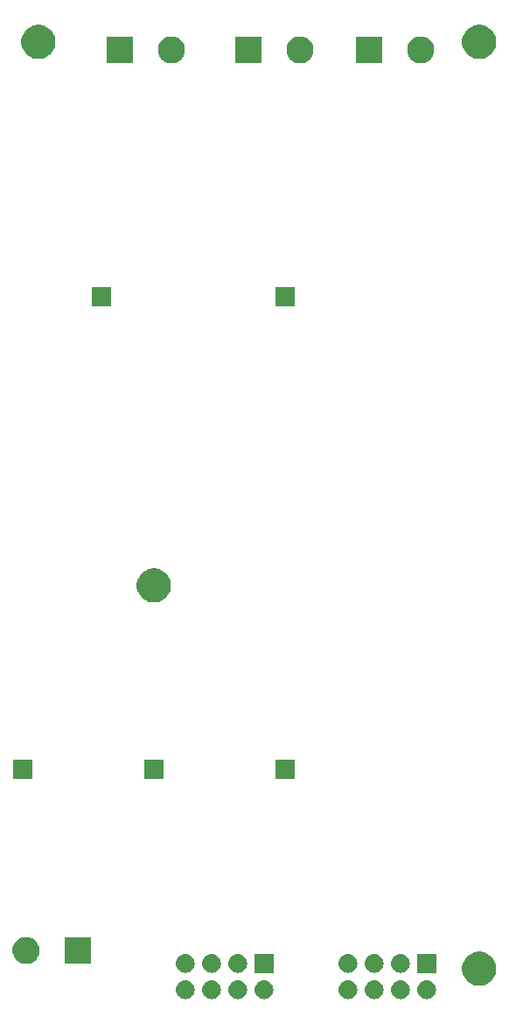
<source format=gbr>
G04 #@! TF.GenerationSoftware,KiCad,Pcbnew,(5.1.4)-1*
G04 #@! TF.CreationDate,2019-12-12T14:56:50-05:00*
G04 #@! TF.ProjectId,psu_board,7073755f-626f-4617-9264-2e6b69636164,rev?*
G04 #@! TF.SameCoordinates,Original*
G04 #@! TF.FileFunction,Soldermask,Top*
G04 #@! TF.FilePolarity,Negative*
%FSLAX46Y46*%
G04 Gerber Fmt 4.6, Leading zero omitted, Abs format (unit mm)*
G04 Created by KiCad (PCBNEW (5.1.4)-1) date 2019-12-12 14:56:50*
%MOMM*%
%LPD*%
G04 APERTURE LIST*
%ADD10C,0.100000*%
G04 APERTURE END LIST*
D10*
G36*
X180958443Y-158617519D02*
G01*
X181024627Y-158624037D01*
X181194466Y-158675557D01*
X181350991Y-158759222D01*
X181386729Y-158788552D01*
X181488186Y-158871814D01*
X181546686Y-158943098D01*
X181600778Y-159009009D01*
X181684443Y-159165534D01*
X181735963Y-159335373D01*
X181753359Y-159512000D01*
X181735963Y-159688627D01*
X181684443Y-159858466D01*
X181600778Y-160014991D01*
X181571448Y-160050729D01*
X181488186Y-160152186D01*
X181386729Y-160235448D01*
X181350991Y-160264778D01*
X181194466Y-160348443D01*
X181024627Y-160399963D01*
X180958442Y-160406482D01*
X180892260Y-160413000D01*
X180803740Y-160413000D01*
X180737558Y-160406482D01*
X180671373Y-160399963D01*
X180501534Y-160348443D01*
X180345009Y-160264778D01*
X180309271Y-160235448D01*
X180207814Y-160152186D01*
X180124552Y-160050729D01*
X180095222Y-160014991D01*
X180011557Y-159858466D01*
X179960037Y-159688627D01*
X179942641Y-159512000D01*
X179960037Y-159335373D01*
X180011557Y-159165534D01*
X180095222Y-159009009D01*
X180149314Y-158943098D01*
X180207814Y-158871814D01*
X180309271Y-158788552D01*
X180345009Y-158759222D01*
X180501534Y-158675557D01*
X180671373Y-158624037D01*
X180737557Y-158617519D01*
X180803740Y-158611000D01*
X180892260Y-158611000D01*
X180958443Y-158617519D01*
X180958443Y-158617519D01*
G37*
G36*
X178418443Y-158617519D02*
G01*
X178484627Y-158624037D01*
X178654466Y-158675557D01*
X178810991Y-158759222D01*
X178846729Y-158788552D01*
X178948186Y-158871814D01*
X179006686Y-158943098D01*
X179060778Y-159009009D01*
X179144443Y-159165534D01*
X179195963Y-159335373D01*
X179213359Y-159512000D01*
X179195963Y-159688627D01*
X179144443Y-159858466D01*
X179060778Y-160014991D01*
X179031448Y-160050729D01*
X178948186Y-160152186D01*
X178846729Y-160235448D01*
X178810991Y-160264778D01*
X178654466Y-160348443D01*
X178484627Y-160399963D01*
X178418442Y-160406482D01*
X178352260Y-160413000D01*
X178263740Y-160413000D01*
X178197558Y-160406482D01*
X178131373Y-160399963D01*
X177961534Y-160348443D01*
X177805009Y-160264778D01*
X177769271Y-160235448D01*
X177667814Y-160152186D01*
X177584552Y-160050729D01*
X177555222Y-160014991D01*
X177471557Y-159858466D01*
X177420037Y-159688627D01*
X177402641Y-159512000D01*
X177420037Y-159335373D01*
X177471557Y-159165534D01*
X177555222Y-159009009D01*
X177609314Y-158943098D01*
X177667814Y-158871814D01*
X177769271Y-158788552D01*
X177805009Y-158759222D01*
X177961534Y-158675557D01*
X178131373Y-158624037D01*
X178197557Y-158617519D01*
X178263740Y-158611000D01*
X178352260Y-158611000D01*
X178418443Y-158617519D01*
X178418443Y-158617519D01*
G37*
G36*
X196706443Y-158617519D02*
G01*
X196772627Y-158624037D01*
X196942466Y-158675557D01*
X197098991Y-158759222D01*
X197134729Y-158788552D01*
X197236186Y-158871814D01*
X197294686Y-158943098D01*
X197348778Y-159009009D01*
X197432443Y-159165534D01*
X197483963Y-159335373D01*
X197501359Y-159512000D01*
X197483963Y-159688627D01*
X197432443Y-159858466D01*
X197348778Y-160014991D01*
X197319448Y-160050729D01*
X197236186Y-160152186D01*
X197134729Y-160235448D01*
X197098991Y-160264778D01*
X196942466Y-160348443D01*
X196772627Y-160399963D01*
X196706442Y-160406482D01*
X196640260Y-160413000D01*
X196551740Y-160413000D01*
X196485558Y-160406482D01*
X196419373Y-160399963D01*
X196249534Y-160348443D01*
X196093009Y-160264778D01*
X196057271Y-160235448D01*
X195955814Y-160152186D01*
X195872552Y-160050729D01*
X195843222Y-160014991D01*
X195759557Y-159858466D01*
X195708037Y-159688627D01*
X195690641Y-159512000D01*
X195708037Y-159335373D01*
X195759557Y-159165534D01*
X195843222Y-159009009D01*
X195897314Y-158943098D01*
X195955814Y-158871814D01*
X196057271Y-158788552D01*
X196093009Y-158759222D01*
X196249534Y-158675557D01*
X196419373Y-158624037D01*
X196485557Y-158617519D01*
X196551740Y-158611000D01*
X196640260Y-158611000D01*
X196706443Y-158617519D01*
X196706443Y-158617519D01*
G37*
G36*
X175878443Y-158617519D02*
G01*
X175944627Y-158624037D01*
X176114466Y-158675557D01*
X176270991Y-158759222D01*
X176306729Y-158788552D01*
X176408186Y-158871814D01*
X176466686Y-158943098D01*
X176520778Y-159009009D01*
X176604443Y-159165534D01*
X176655963Y-159335373D01*
X176673359Y-159512000D01*
X176655963Y-159688627D01*
X176604443Y-159858466D01*
X176520778Y-160014991D01*
X176491448Y-160050729D01*
X176408186Y-160152186D01*
X176306729Y-160235448D01*
X176270991Y-160264778D01*
X176114466Y-160348443D01*
X175944627Y-160399963D01*
X175878442Y-160406482D01*
X175812260Y-160413000D01*
X175723740Y-160413000D01*
X175657558Y-160406482D01*
X175591373Y-160399963D01*
X175421534Y-160348443D01*
X175265009Y-160264778D01*
X175229271Y-160235448D01*
X175127814Y-160152186D01*
X175044552Y-160050729D01*
X175015222Y-160014991D01*
X174931557Y-159858466D01*
X174880037Y-159688627D01*
X174862641Y-159512000D01*
X174880037Y-159335373D01*
X174931557Y-159165534D01*
X175015222Y-159009009D01*
X175069314Y-158943098D01*
X175127814Y-158871814D01*
X175229271Y-158788552D01*
X175265009Y-158759222D01*
X175421534Y-158675557D01*
X175591373Y-158624037D01*
X175657557Y-158617519D01*
X175723740Y-158611000D01*
X175812260Y-158611000D01*
X175878443Y-158617519D01*
X175878443Y-158617519D01*
G37*
G36*
X173338443Y-158617519D02*
G01*
X173404627Y-158624037D01*
X173574466Y-158675557D01*
X173730991Y-158759222D01*
X173766729Y-158788552D01*
X173868186Y-158871814D01*
X173926686Y-158943098D01*
X173980778Y-159009009D01*
X174064443Y-159165534D01*
X174115963Y-159335373D01*
X174133359Y-159512000D01*
X174115963Y-159688627D01*
X174064443Y-159858466D01*
X173980778Y-160014991D01*
X173951448Y-160050729D01*
X173868186Y-160152186D01*
X173766729Y-160235448D01*
X173730991Y-160264778D01*
X173574466Y-160348443D01*
X173404627Y-160399963D01*
X173338442Y-160406482D01*
X173272260Y-160413000D01*
X173183740Y-160413000D01*
X173117558Y-160406482D01*
X173051373Y-160399963D01*
X172881534Y-160348443D01*
X172725009Y-160264778D01*
X172689271Y-160235448D01*
X172587814Y-160152186D01*
X172504552Y-160050729D01*
X172475222Y-160014991D01*
X172391557Y-159858466D01*
X172340037Y-159688627D01*
X172322641Y-159512000D01*
X172340037Y-159335373D01*
X172391557Y-159165534D01*
X172475222Y-159009009D01*
X172529314Y-158943098D01*
X172587814Y-158871814D01*
X172689271Y-158788552D01*
X172725009Y-158759222D01*
X172881534Y-158675557D01*
X173051373Y-158624037D01*
X173117557Y-158617519D01*
X173183740Y-158611000D01*
X173272260Y-158611000D01*
X173338443Y-158617519D01*
X173338443Y-158617519D01*
G37*
G36*
X189086443Y-158617519D02*
G01*
X189152627Y-158624037D01*
X189322466Y-158675557D01*
X189478991Y-158759222D01*
X189514729Y-158788552D01*
X189616186Y-158871814D01*
X189674686Y-158943098D01*
X189728778Y-159009009D01*
X189812443Y-159165534D01*
X189863963Y-159335373D01*
X189881359Y-159512000D01*
X189863963Y-159688627D01*
X189812443Y-159858466D01*
X189728778Y-160014991D01*
X189699448Y-160050729D01*
X189616186Y-160152186D01*
X189514729Y-160235448D01*
X189478991Y-160264778D01*
X189322466Y-160348443D01*
X189152627Y-160399963D01*
X189086442Y-160406482D01*
X189020260Y-160413000D01*
X188931740Y-160413000D01*
X188865558Y-160406482D01*
X188799373Y-160399963D01*
X188629534Y-160348443D01*
X188473009Y-160264778D01*
X188437271Y-160235448D01*
X188335814Y-160152186D01*
X188252552Y-160050729D01*
X188223222Y-160014991D01*
X188139557Y-159858466D01*
X188088037Y-159688627D01*
X188070641Y-159512000D01*
X188088037Y-159335373D01*
X188139557Y-159165534D01*
X188223222Y-159009009D01*
X188277314Y-158943098D01*
X188335814Y-158871814D01*
X188437271Y-158788552D01*
X188473009Y-158759222D01*
X188629534Y-158675557D01*
X188799373Y-158624037D01*
X188865557Y-158617519D01*
X188931740Y-158611000D01*
X189020260Y-158611000D01*
X189086443Y-158617519D01*
X189086443Y-158617519D01*
G37*
G36*
X191626443Y-158617519D02*
G01*
X191692627Y-158624037D01*
X191862466Y-158675557D01*
X192018991Y-158759222D01*
X192054729Y-158788552D01*
X192156186Y-158871814D01*
X192214686Y-158943098D01*
X192268778Y-159009009D01*
X192352443Y-159165534D01*
X192403963Y-159335373D01*
X192421359Y-159512000D01*
X192403963Y-159688627D01*
X192352443Y-159858466D01*
X192268778Y-160014991D01*
X192239448Y-160050729D01*
X192156186Y-160152186D01*
X192054729Y-160235448D01*
X192018991Y-160264778D01*
X191862466Y-160348443D01*
X191692627Y-160399963D01*
X191626442Y-160406482D01*
X191560260Y-160413000D01*
X191471740Y-160413000D01*
X191405558Y-160406482D01*
X191339373Y-160399963D01*
X191169534Y-160348443D01*
X191013009Y-160264778D01*
X190977271Y-160235448D01*
X190875814Y-160152186D01*
X190792552Y-160050729D01*
X190763222Y-160014991D01*
X190679557Y-159858466D01*
X190628037Y-159688627D01*
X190610641Y-159512000D01*
X190628037Y-159335373D01*
X190679557Y-159165534D01*
X190763222Y-159009009D01*
X190817314Y-158943098D01*
X190875814Y-158871814D01*
X190977271Y-158788552D01*
X191013009Y-158759222D01*
X191169534Y-158675557D01*
X191339373Y-158624037D01*
X191405557Y-158617519D01*
X191471740Y-158611000D01*
X191560260Y-158611000D01*
X191626443Y-158617519D01*
X191626443Y-158617519D01*
G37*
G36*
X194166443Y-158617519D02*
G01*
X194232627Y-158624037D01*
X194402466Y-158675557D01*
X194558991Y-158759222D01*
X194594729Y-158788552D01*
X194696186Y-158871814D01*
X194754686Y-158943098D01*
X194808778Y-159009009D01*
X194892443Y-159165534D01*
X194943963Y-159335373D01*
X194961359Y-159512000D01*
X194943963Y-159688627D01*
X194892443Y-159858466D01*
X194808778Y-160014991D01*
X194779448Y-160050729D01*
X194696186Y-160152186D01*
X194594729Y-160235448D01*
X194558991Y-160264778D01*
X194402466Y-160348443D01*
X194232627Y-160399963D01*
X194166442Y-160406482D01*
X194100260Y-160413000D01*
X194011740Y-160413000D01*
X193945558Y-160406482D01*
X193879373Y-160399963D01*
X193709534Y-160348443D01*
X193553009Y-160264778D01*
X193517271Y-160235448D01*
X193415814Y-160152186D01*
X193332552Y-160050729D01*
X193303222Y-160014991D01*
X193219557Y-159858466D01*
X193168037Y-159688627D01*
X193150641Y-159512000D01*
X193168037Y-159335373D01*
X193219557Y-159165534D01*
X193303222Y-159009009D01*
X193357314Y-158943098D01*
X193415814Y-158871814D01*
X193517271Y-158788552D01*
X193553009Y-158759222D01*
X193709534Y-158675557D01*
X193879373Y-158624037D01*
X193945557Y-158617519D01*
X194011740Y-158611000D01*
X194100260Y-158611000D01*
X194166443Y-158617519D01*
X194166443Y-158617519D01*
G37*
G36*
X202051256Y-155871298D02*
G01*
X202157579Y-155892447D01*
X202458042Y-156016903D01*
X202728451Y-156197585D01*
X202958415Y-156427549D01*
X203139097Y-156697958D01*
X203139098Y-156697960D01*
X203175550Y-156785963D01*
X203244741Y-156953004D01*
X203263553Y-156998422D01*
X203327000Y-157317389D01*
X203327000Y-157642611D01*
X203294014Y-157808442D01*
X203263553Y-157961579D01*
X203139097Y-158262042D01*
X202958415Y-158532451D01*
X202728451Y-158762415D01*
X202458042Y-158943097D01*
X202157579Y-159067553D01*
X202051256Y-159088702D01*
X201838611Y-159131000D01*
X201513389Y-159131000D01*
X201300744Y-159088702D01*
X201194421Y-159067553D01*
X200893958Y-158943097D01*
X200623549Y-158762415D01*
X200393585Y-158532451D01*
X200212903Y-158262042D01*
X200088447Y-157961579D01*
X200057986Y-157808442D01*
X200025000Y-157642611D01*
X200025000Y-157317389D01*
X200088447Y-156998422D01*
X200107260Y-156953004D01*
X200176450Y-156785963D01*
X200212902Y-156697960D01*
X200212903Y-156697958D01*
X200393585Y-156427549D01*
X200623549Y-156197585D01*
X200893958Y-156016903D01*
X201194421Y-155892447D01*
X201300744Y-155871298D01*
X201513389Y-155829000D01*
X201838611Y-155829000D01*
X202051256Y-155871298D01*
X202051256Y-155871298D01*
G37*
G36*
X181749000Y-157873000D02*
G01*
X179947000Y-157873000D01*
X179947000Y-156071000D01*
X181749000Y-156071000D01*
X181749000Y-157873000D01*
X181749000Y-157873000D01*
G37*
G36*
X194166442Y-156077518D02*
G01*
X194232627Y-156084037D01*
X194402466Y-156135557D01*
X194558991Y-156219222D01*
X194594729Y-156248552D01*
X194696186Y-156331814D01*
X194774754Y-156427551D01*
X194808778Y-156469009D01*
X194892443Y-156625534D01*
X194943963Y-156795373D01*
X194961359Y-156972000D01*
X194943963Y-157148627D01*
X194892443Y-157318466D01*
X194808778Y-157474991D01*
X194779448Y-157510729D01*
X194696186Y-157612186D01*
X194594729Y-157695448D01*
X194558991Y-157724778D01*
X194402466Y-157808443D01*
X194232627Y-157859963D01*
X194166443Y-157866481D01*
X194100260Y-157873000D01*
X194011740Y-157873000D01*
X193945557Y-157866481D01*
X193879373Y-157859963D01*
X193709534Y-157808443D01*
X193553009Y-157724778D01*
X193517271Y-157695448D01*
X193415814Y-157612186D01*
X193332552Y-157510729D01*
X193303222Y-157474991D01*
X193219557Y-157318466D01*
X193168037Y-157148627D01*
X193150641Y-156972000D01*
X193168037Y-156795373D01*
X193219557Y-156625534D01*
X193303222Y-156469009D01*
X193337246Y-156427551D01*
X193415814Y-156331814D01*
X193517271Y-156248552D01*
X193553009Y-156219222D01*
X193709534Y-156135557D01*
X193879373Y-156084037D01*
X193945558Y-156077518D01*
X194011740Y-156071000D01*
X194100260Y-156071000D01*
X194166442Y-156077518D01*
X194166442Y-156077518D01*
G37*
G36*
X178418442Y-156077518D02*
G01*
X178484627Y-156084037D01*
X178654466Y-156135557D01*
X178810991Y-156219222D01*
X178846729Y-156248552D01*
X178948186Y-156331814D01*
X179026754Y-156427551D01*
X179060778Y-156469009D01*
X179144443Y-156625534D01*
X179195963Y-156795373D01*
X179213359Y-156972000D01*
X179195963Y-157148627D01*
X179144443Y-157318466D01*
X179060778Y-157474991D01*
X179031448Y-157510729D01*
X178948186Y-157612186D01*
X178846729Y-157695448D01*
X178810991Y-157724778D01*
X178654466Y-157808443D01*
X178484627Y-157859963D01*
X178418443Y-157866481D01*
X178352260Y-157873000D01*
X178263740Y-157873000D01*
X178197557Y-157866481D01*
X178131373Y-157859963D01*
X177961534Y-157808443D01*
X177805009Y-157724778D01*
X177769271Y-157695448D01*
X177667814Y-157612186D01*
X177584552Y-157510729D01*
X177555222Y-157474991D01*
X177471557Y-157318466D01*
X177420037Y-157148627D01*
X177402641Y-156972000D01*
X177420037Y-156795373D01*
X177471557Y-156625534D01*
X177555222Y-156469009D01*
X177589246Y-156427551D01*
X177667814Y-156331814D01*
X177769271Y-156248552D01*
X177805009Y-156219222D01*
X177961534Y-156135557D01*
X178131373Y-156084037D01*
X178197558Y-156077518D01*
X178263740Y-156071000D01*
X178352260Y-156071000D01*
X178418442Y-156077518D01*
X178418442Y-156077518D01*
G37*
G36*
X175878442Y-156077518D02*
G01*
X175944627Y-156084037D01*
X176114466Y-156135557D01*
X176270991Y-156219222D01*
X176306729Y-156248552D01*
X176408186Y-156331814D01*
X176486754Y-156427551D01*
X176520778Y-156469009D01*
X176604443Y-156625534D01*
X176655963Y-156795373D01*
X176673359Y-156972000D01*
X176655963Y-157148627D01*
X176604443Y-157318466D01*
X176520778Y-157474991D01*
X176491448Y-157510729D01*
X176408186Y-157612186D01*
X176306729Y-157695448D01*
X176270991Y-157724778D01*
X176114466Y-157808443D01*
X175944627Y-157859963D01*
X175878443Y-157866481D01*
X175812260Y-157873000D01*
X175723740Y-157873000D01*
X175657557Y-157866481D01*
X175591373Y-157859963D01*
X175421534Y-157808443D01*
X175265009Y-157724778D01*
X175229271Y-157695448D01*
X175127814Y-157612186D01*
X175044552Y-157510729D01*
X175015222Y-157474991D01*
X174931557Y-157318466D01*
X174880037Y-157148627D01*
X174862641Y-156972000D01*
X174880037Y-156795373D01*
X174931557Y-156625534D01*
X175015222Y-156469009D01*
X175049246Y-156427551D01*
X175127814Y-156331814D01*
X175229271Y-156248552D01*
X175265009Y-156219222D01*
X175421534Y-156135557D01*
X175591373Y-156084037D01*
X175657558Y-156077518D01*
X175723740Y-156071000D01*
X175812260Y-156071000D01*
X175878442Y-156077518D01*
X175878442Y-156077518D01*
G37*
G36*
X197497000Y-157873000D02*
G01*
X195695000Y-157873000D01*
X195695000Y-156071000D01*
X197497000Y-156071000D01*
X197497000Y-157873000D01*
X197497000Y-157873000D01*
G37*
G36*
X189086442Y-156077518D02*
G01*
X189152627Y-156084037D01*
X189322466Y-156135557D01*
X189478991Y-156219222D01*
X189514729Y-156248552D01*
X189616186Y-156331814D01*
X189694754Y-156427551D01*
X189728778Y-156469009D01*
X189812443Y-156625534D01*
X189863963Y-156795373D01*
X189881359Y-156972000D01*
X189863963Y-157148627D01*
X189812443Y-157318466D01*
X189728778Y-157474991D01*
X189699448Y-157510729D01*
X189616186Y-157612186D01*
X189514729Y-157695448D01*
X189478991Y-157724778D01*
X189322466Y-157808443D01*
X189152627Y-157859963D01*
X189086443Y-157866481D01*
X189020260Y-157873000D01*
X188931740Y-157873000D01*
X188865557Y-157866481D01*
X188799373Y-157859963D01*
X188629534Y-157808443D01*
X188473009Y-157724778D01*
X188437271Y-157695448D01*
X188335814Y-157612186D01*
X188252552Y-157510729D01*
X188223222Y-157474991D01*
X188139557Y-157318466D01*
X188088037Y-157148627D01*
X188070641Y-156972000D01*
X188088037Y-156795373D01*
X188139557Y-156625534D01*
X188223222Y-156469009D01*
X188257246Y-156427551D01*
X188335814Y-156331814D01*
X188437271Y-156248552D01*
X188473009Y-156219222D01*
X188629534Y-156135557D01*
X188799373Y-156084037D01*
X188865558Y-156077518D01*
X188931740Y-156071000D01*
X189020260Y-156071000D01*
X189086442Y-156077518D01*
X189086442Y-156077518D01*
G37*
G36*
X191626442Y-156077518D02*
G01*
X191692627Y-156084037D01*
X191862466Y-156135557D01*
X192018991Y-156219222D01*
X192054729Y-156248552D01*
X192156186Y-156331814D01*
X192234754Y-156427551D01*
X192268778Y-156469009D01*
X192352443Y-156625534D01*
X192403963Y-156795373D01*
X192421359Y-156972000D01*
X192403963Y-157148627D01*
X192352443Y-157318466D01*
X192268778Y-157474991D01*
X192239448Y-157510729D01*
X192156186Y-157612186D01*
X192054729Y-157695448D01*
X192018991Y-157724778D01*
X191862466Y-157808443D01*
X191692627Y-157859963D01*
X191626443Y-157866481D01*
X191560260Y-157873000D01*
X191471740Y-157873000D01*
X191405557Y-157866481D01*
X191339373Y-157859963D01*
X191169534Y-157808443D01*
X191013009Y-157724778D01*
X190977271Y-157695448D01*
X190875814Y-157612186D01*
X190792552Y-157510729D01*
X190763222Y-157474991D01*
X190679557Y-157318466D01*
X190628037Y-157148627D01*
X190610641Y-156972000D01*
X190628037Y-156795373D01*
X190679557Y-156625534D01*
X190763222Y-156469009D01*
X190797246Y-156427551D01*
X190875814Y-156331814D01*
X190977271Y-156248552D01*
X191013009Y-156219222D01*
X191169534Y-156135557D01*
X191339373Y-156084037D01*
X191405558Y-156077518D01*
X191471740Y-156071000D01*
X191560260Y-156071000D01*
X191626442Y-156077518D01*
X191626442Y-156077518D01*
G37*
G36*
X173338442Y-156077518D02*
G01*
X173404627Y-156084037D01*
X173574466Y-156135557D01*
X173730991Y-156219222D01*
X173766729Y-156248552D01*
X173868186Y-156331814D01*
X173946754Y-156427551D01*
X173980778Y-156469009D01*
X174064443Y-156625534D01*
X174115963Y-156795373D01*
X174133359Y-156972000D01*
X174115963Y-157148627D01*
X174064443Y-157318466D01*
X173980778Y-157474991D01*
X173951448Y-157510729D01*
X173868186Y-157612186D01*
X173766729Y-157695448D01*
X173730991Y-157724778D01*
X173574466Y-157808443D01*
X173404627Y-157859963D01*
X173338443Y-157866481D01*
X173272260Y-157873000D01*
X173183740Y-157873000D01*
X173117557Y-157866481D01*
X173051373Y-157859963D01*
X172881534Y-157808443D01*
X172725009Y-157724778D01*
X172689271Y-157695448D01*
X172587814Y-157612186D01*
X172504552Y-157510729D01*
X172475222Y-157474991D01*
X172391557Y-157318466D01*
X172340037Y-157148627D01*
X172322641Y-156972000D01*
X172340037Y-156795373D01*
X172391557Y-156625534D01*
X172475222Y-156469009D01*
X172509246Y-156427551D01*
X172587814Y-156331814D01*
X172689271Y-156248552D01*
X172725009Y-156219222D01*
X172881534Y-156135557D01*
X173051373Y-156084037D01*
X173117558Y-156077518D01*
X173183740Y-156071000D01*
X173272260Y-156071000D01*
X173338442Y-156077518D01*
X173338442Y-156077518D01*
G37*
G36*
X158193487Y-154450996D02*
G01*
X158430253Y-154549068D01*
X158430255Y-154549069D01*
X158643339Y-154691447D01*
X158824553Y-154872661D01*
X158966932Y-155085747D01*
X159065004Y-155322513D01*
X159115000Y-155573861D01*
X159115000Y-155830139D01*
X159065004Y-156081487D01*
X159007952Y-156219222D01*
X158966931Y-156318255D01*
X158824553Y-156531339D01*
X158643339Y-156712553D01*
X158430255Y-156854931D01*
X158430254Y-156854932D01*
X158430253Y-156854932D01*
X158193487Y-156953004D01*
X157942139Y-157003000D01*
X157685861Y-157003000D01*
X157434513Y-156953004D01*
X157197747Y-156854932D01*
X157197746Y-156854932D01*
X157197745Y-156854931D01*
X156984661Y-156712553D01*
X156803447Y-156531339D01*
X156661069Y-156318255D01*
X156620048Y-156219222D01*
X156562996Y-156081487D01*
X156513000Y-155830139D01*
X156513000Y-155573861D01*
X156562996Y-155322513D01*
X156661068Y-155085747D01*
X156803447Y-154872661D01*
X156984661Y-154691447D01*
X157197745Y-154549069D01*
X157197747Y-154549068D01*
X157434513Y-154450996D01*
X157685861Y-154401000D01*
X157942139Y-154401000D01*
X158193487Y-154450996D01*
X158193487Y-154450996D01*
G37*
G36*
X164115000Y-157003000D02*
G01*
X161513000Y-157003000D01*
X161513000Y-154401000D01*
X164115000Y-154401000D01*
X164115000Y-157003000D01*
X164115000Y-157003000D01*
G37*
G36*
X171081000Y-139077000D02*
G01*
X169279000Y-139077000D01*
X169279000Y-137275000D01*
X171081000Y-137275000D01*
X171081000Y-139077000D01*
X171081000Y-139077000D01*
G37*
G36*
X158381000Y-139077000D02*
G01*
X156579000Y-139077000D01*
X156579000Y-137275000D01*
X158381000Y-137275000D01*
X158381000Y-139077000D01*
X158381000Y-139077000D01*
G37*
G36*
X183781000Y-139077000D02*
G01*
X181979000Y-139077000D01*
X181979000Y-137275000D01*
X183781000Y-137275000D01*
X183781000Y-139077000D01*
X183781000Y-139077000D01*
G37*
G36*
X170555256Y-118787298D02*
G01*
X170661579Y-118808447D01*
X170962042Y-118932903D01*
X171232451Y-119113585D01*
X171462415Y-119343549D01*
X171643097Y-119613958D01*
X171767553Y-119914421D01*
X171831000Y-120233391D01*
X171831000Y-120558609D01*
X171767553Y-120877579D01*
X171643097Y-121178042D01*
X171462415Y-121448451D01*
X171232451Y-121678415D01*
X170962042Y-121859097D01*
X170661579Y-121983553D01*
X170555256Y-122004702D01*
X170342611Y-122047000D01*
X170017389Y-122047000D01*
X169804744Y-122004702D01*
X169698421Y-121983553D01*
X169397958Y-121859097D01*
X169127549Y-121678415D01*
X168897585Y-121448451D01*
X168716903Y-121178042D01*
X168592447Y-120877579D01*
X168529000Y-120558609D01*
X168529000Y-120233391D01*
X168592447Y-119914421D01*
X168716903Y-119613958D01*
X168897585Y-119343549D01*
X169127549Y-119113585D01*
X169397958Y-118932903D01*
X169698421Y-118808447D01*
X169804744Y-118787298D01*
X170017389Y-118745000D01*
X170342611Y-118745000D01*
X170555256Y-118787298D01*
X170555256Y-118787298D01*
G37*
G36*
X166001000Y-93357000D02*
G01*
X164199000Y-93357000D01*
X164199000Y-91555000D01*
X166001000Y-91555000D01*
X166001000Y-93357000D01*
X166001000Y-93357000D01*
G37*
G36*
X183781000Y-93357000D02*
G01*
X181979000Y-93357000D01*
X181979000Y-91555000D01*
X183781000Y-91555000D01*
X183781000Y-93357000D01*
X183781000Y-93357000D01*
G37*
G36*
X180625000Y-69881000D02*
G01*
X178023000Y-69881000D01*
X178023000Y-67279000D01*
X180625000Y-67279000D01*
X180625000Y-69881000D01*
X180625000Y-69881000D01*
G37*
G36*
X168179000Y-69881000D02*
G01*
X165577000Y-69881000D01*
X165577000Y-67279000D01*
X168179000Y-67279000D01*
X168179000Y-69881000D01*
X168179000Y-69881000D01*
G37*
G36*
X172257487Y-67328996D02*
G01*
X172494253Y-67427068D01*
X172494255Y-67427069D01*
X172707339Y-67569447D01*
X172888553Y-67750661D01*
X173030932Y-67963747D01*
X173129004Y-68200513D01*
X173179000Y-68451861D01*
X173179000Y-68708139D01*
X173129004Y-68959487D01*
X173070629Y-69100416D01*
X173030931Y-69196255D01*
X172888553Y-69409339D01*
X172707339Y-69590553D01*
X172494255Y-69732931D01*
X172494254Y-69732932D01*
X172494253Y-69732932D01*
X172257487Y-69831004D01*
X172006139Y-69881000D01*
X171749861Y-69881000D01*
X171498513Y-69831004D01*
X171261747Y-69732932D01*
X171261746Y-69732932D01*
X171261745Y-69732931D01*
X171048661Y-69590553D01*
X170867447Y-69409339D01*
X170725069Y-69196255D01*
X170685371Y-69100416D01*
X170626996Y-68959487D01*
X170577000Y-68708139D01*
X170577000Y-68451861D01*
X170626996Y-68200513D01*
X170725068Y-67963747D01*
X170867447Y-67750661D01*
X171048661Y-67569447D01*
X171261745Y-67427069D01*
X171261747Y-67427068D01*
X171498513Y-67328996D01*
X171749861Y-67279000D01*
X172006139Y-67279000D01*
X172257487Y-67328996D01*
X172257487Y-67328996D01*
G37*
G36*
X192309000Y-69881000D02*
G01*
X189707000Y-69881000D01*
X189707000Y-67279000D01*
X192309000Y-67279000D01*
X192309000Y-69881000D01*
X192309000Y-69881000D01*
G37*
G36*
X184703487Y-67328996D02*
G01*
X184940253Y-67427068D01*
X184940255Y-67427069D01*
X185153339Y-67569447D01*
X185334553Y-67750661D01*
X185476932Y-67963747D01*
X185575004Y-68200513D01*
X185625000Y-68451861D01*
X185625000Y-68708139D01*
X185575004Y-68959487D01*
X185516629Y-69100416D01*
X185476931Y-69196255D01*
X185334553Y-69409339D01*
X185153339Y-69590553D01*
X184940255Y-69732931D01*
X184940254Y-69732932D01*
X184940253Y-69732932D01*
X184703487Y-69831004D01*
X184452139Y-69881000D01*
X184195861Y-69881000D01*
X183944513Y-69831004D01*
X183707747Y-69732932D01*
X183707746Y-69732932D01*
X183707745Y-69732931D01*
X183494661Y-69590553D01*
X183313447Y-69409339D01*
X183171069Y-69196255D01*
X183131371Y-69100416D01*
X183072996Y-68959487D01*
X183023000Y-68708139D01*
X183023000Y-68451861D01*
X183072996Y-68200513D01*
X183171068Y-67963747D01*
X183313447Y-67750661D01*
X183494661Y-67569447D01*
X183707745Y-67427069D01*
X183707747Y-67427068D01*
X183944513Y-67328996D01*
X184195861Y-67279000D01*
X184452139Y-67279000D01*
X184703487Y-67328996D01*
X184703487Y-67328996D01*
G37*
G36*
X196387487Y-67328996D02*
G01*
X196624253Y-67427068D01*
X196624255Y-67427069D01*
X196837339Y-67569447D01*
X197018553Y-67750661D01*
X197160932Y-67963747D01*
X197259004Y-68200513D01*
X197309000Y-68451861D01*
X197309000Y-68708139D01*
X197259004Y-68959487D01*
X197200629Y-69100416D01*
X197160931Y-69196255D01*
X197018553Y-69409339D01*
X196837339Y-69590553D01*
X196624255Y-69732931D01*
X196624254Y-69732932D01*
X196624253Y-69732932D01*
X196387487Y-69831004D01*
X196136139Y-69881000D01*
X195879861Y-69881000D01*
X195628513Y-69831004D01*
X195391747Y-69732932D01*
X195391746Y-69732932D01*
X195391745Y-69732931D01*
X195178661Y-69590553D01*
X194997447Y-69409339D01*
X194855069Y-69196255D01*
X194815371Y-69100416D01*
X194756996Y-68959487D01*
X194707000Y-68708139D01*
X194707000Y-68451861D01*
X194756996Y-68200513D01*
X194855068Y-67963747D01*
X194997447Y-67750661D01*
X195178661Y-67569447D01*
X195391745Y-67427069D01*
X195391747Y-67427068D01*
X195628513Y-67328996D01*
X195879861Y-67279000D01*
X196136139Y-67279000D01*
X196387487Y-67328996D01*
X196387487Y-67328996D01*
G37*
G36*
X159379256Y-66209298D02*
G01*
X159485579Y-66230447D01*
X159786042Y-66354903D01*
X160056451Y-66535585D01*
X160286415Y-66765549D01*
X160467097Y-67035958D01*
X160591553Y-67336421D01*
X160655000Y-67655391D01*
X160655000Y-67980609D01*
X160591553Y-68299579D01*
X160467097Y-68600042D01*
X160286415Y-68870451D01*
X160056451Y-69100415D01*
X159786042Y-69281097D01*
X159485579Y-69405553D01*
X159466545Y-69409339D01*
X159166611Y-69469000D01*
X158841389Y-69469000D01*
X158541455Y-69409339D01*
X158522421Y-69405553D01*
X158221958Y-69281097D01*
X157951549Y-69100415D01*
X157721585Y-68870451D01*
X157540903Y-68600042D01*
X157416447Y-68299579D01*
X157353000Y-67980609D01*
X157353000Y-67655391D01*
X157416447Y-67336421D01*
X157540903Y-67035958D01*
X157721585Y-66765549D01*
X157951549Y-66535585D01*
X158221958Y-66354903D01*
X158522421Y-66230447D01*
X158628744Y-66209298D01*
X158841389Y-66167000D01*
X159166611Y-66167000D01*
X159379256Y-66209298D01*
X159379256Y-66209298D01*
G37*
G36*
X202051256Y-66209298D02*
G01*
X202157579Y-66230447D01*
X202458042Y-66354903D01*
X202728451Y-66535585D01*
X202958415Y-66765549D01*
X203139097Y-67035958D01*
X203263553Y-67336421D01*
X203327000Y-67655391D01*
X203327000Y-67980609D01*
X203263553Y-68299579D01*
X203139097Y-68600042D01*
X202958415Y-68870451D01*
X202728451Y-69100415D01*
X202458042Y-69281097D01*
X202157579Y-69405553D01*
X202138545Y-69409339D01*
X201838611Y-69469000D01*
X201513389Y-69469000D01*
X201213455Y-69409339D01*
X201194421Y-69405553D01*
X200893958Y-69281097D01*
X200623549Y-69100415D01*
X200393585Y-68870451D01*
X200212903Y-68600042D01*
X200088447Y-68299579D01*
X200025000Y-67980609D01*
X200025000Y-67655391D01*
X200088447Y-67336421D01*
X200212903Y-67035958D01*
X200393585Y-66765549D01*
X200623549Y-66535585D01*
X200893958Y-66354903D01*
X201194421Y-66230447D01*
X201300744Y-66209298D01*
X201513389Y-66167000D01*
X201838611Y-66167000D01*
X202051256Y-66209298D01*
X202051256Y-66209298D01*
G37*
M02*

</source>
